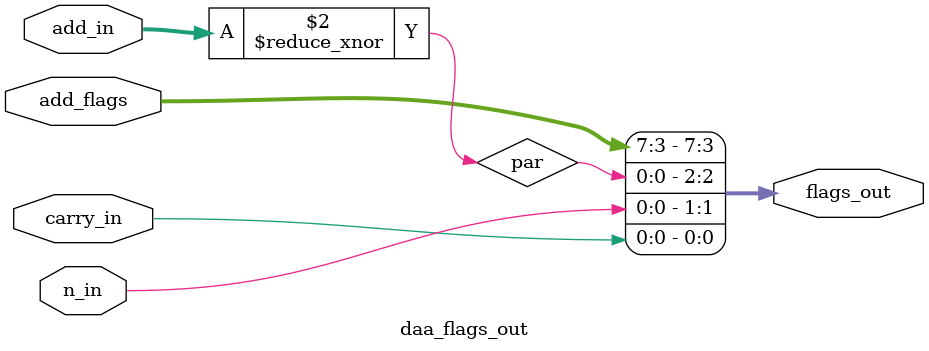
<source format=v>
module daa_flags_out(add_in,add_flags,n_in,carry_in,flags_out);

input [15:0] add_in;
input [7:0] add_flags;
input carry_in;
input n_in;
output [7:0] flags_out;

reg [7:0] flags_out;
reg par;

always@(add_flags or carry_in or add_in or n_in)
begin
par=~^(add_in);
flags_out={add_flags[7:3],par,n_in,carry_in};
end
endmodule
</source>
